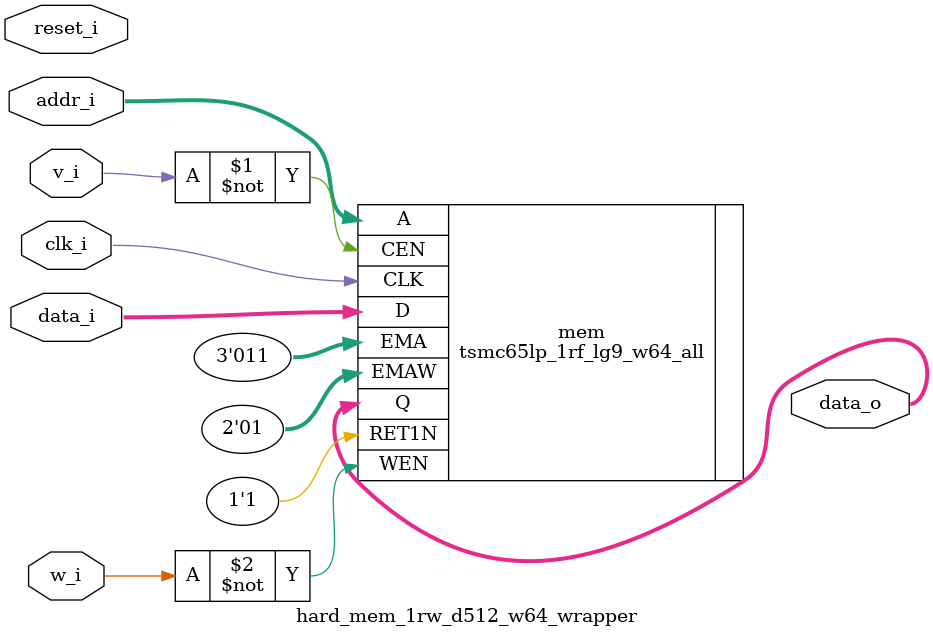
<source format=v>

module hard_mem_1rw_bit_mask_d64_w15_wrapper #( parameter width_p = 15
                                              , parameter els_p   = 64
                                              , parameter addr_width_lp = $clog2(els_p)
                                              )
  ( input                      clk_i
  , input                      reset_i
  , input [width_p-1:0]        data_i
  , input [addr_width_lp-1:0]  addr_i
  , input                      v_i
  , input [width_p-1:0]        w_mask_i
  , input                      w_i
  , output wire [width_p-1:0]  data_o
  );

  // TODO: Replace the sythesizable RTL model below with the hardened
  // equivilant. Use the RTL model to check the sematics of the harden block
  // match.
  //
  // NOTE: The instance name of the hardened block is expected to be "mem".

  //hard_mem_1rw_bit_mask_d64_w15
  //  mem
  //    ( ...
  //    );

  wire [15:0] Q;
  wire [15:0] D;
  wire [15:0] WEN;

  assign data_o = Q[14:0];
  assign D      = {1'b0,data_i};
  assign WEN    = {1'b0,w_mask_i};

  tsmc65lp_1rf_lg6_w16_bit mem (
    .CLK  (clk_i ),
    .Q    (Q     ), // out
    .CEN  (~v_i  ), // lo true
    .WEN  (WEN   ),
    .GWEN (~w_i  ), // lo true
    .A    (addr_i), // in
    .D    (D     ), // in
    //
    .EMA  (3'd3  ), // Extra Margin Adjustment - default value
    .EMAW (2'd1  ), // Extra Margin Adjustment Write - default value
    .RET1N(1'b1  )  // Retention Mode (active low) - disabled
  );


endmodule

////////////////////////////////////////////////////////////////////////////////////////////////////

module hard_mem_1rw_bit_mask_d64_w7_wrapper #( parameter width_p = 7
                                             , parameter els_p   = 64
                                             , parameter addr_width_lp = $clog2(els_p)
                                             )
  ( input                      clk_i
  , input                      reset_i
  , input [width_p-1:0]        data_i
  , input [addr_width_lp-1:0]  addr_i
  , input                      v_i
  , input [width_p-1:0]        w_mask_i
  , input                      w_i
  , output wire [width_p-1:0]  data_o
  );

  // TODO: Replace the sythesizable RTL model below with the hardened
  // equivilant. Use the RTL model to check the sematics of the harden block
  // match.
  //
  // NOTE: The instance name of the hardened block is expected to be "mem".

  //hard_mem_1rw_bit_mask_d64_w7
  //  mem
  //    ( ...
  //    );

  wire [7:0] Q;
  wire [7:0] D;
  wire [7:0] WEN;

  assign data_o = Q[6:0];
  assign D      = {1'b0,data_i};
  assign WEN    = {1'b0,w_mask_i};

  tsmc65lp_1rf_lg6_w8_bit mem (
    .CLK  (clk_i   ),
    .Q    (Q  ), // out
    .CEN  (~v_i      ), // lo true
    .WEN  (WEN),
    .GWEN (~w_i     ), // lo true
    .A    (addr_i  ), // in
    .D    (D  ), // in
    //
    .EMA  (3'd3    ), // Extra Margin Adjustment - default value
    .EMAW (2'd1    ), // Extra Margin Adjustment Write - default value
    .RET1N(1'b1    )  // Retention Mode (active low) - disabled
    );

endmodule

////////////////////////////////////////////////////////////////////////////////////////////////////

module hard_mem_1rw_bit_mask_d64_w96_wrapper #( parameter width_p = 96
                                              , parameter els_p   = 64
                                              , parameter addr_width_lp = $clog2(els_p)
                                              )
  ( input                      clk_i
  , input                      reset_i
  , input [width_p-1:0]        data_i
  , input [addr_width_lp-1:0]  addr_i
  , input                      v_i
  , input [width_p-1:0]        w_mask_i
  , input                      w_i
  , output wire [width_p-1:0]  data_o
  );

  // TODO: Replace the sythesizable RTL model below with the hardened
  // equivilant. Use the RTL model to check the sematics of the harden block
  // match.
  //
  // NOTE: The instance name of the hardened block is expected to be "mem".

  //hard_mem_1rw_bit_mask_d64_w96
  //  mem
  //    ( ...
  //    );


  tsmc65lp_1rf_lg6_w96_bit mem (
    .CLK  (clk_i   ),
    .Q    (data_o  ), // out
    .CEN  (~v_i      ), // lo true
    .WEN  (w_mask_i),
    .GWEN (~w_i     ), // lo true
    .A    (addr_i  ), // in
    .D    (data_i  ), // in
    //
    .EMA  (3'd3    ), // Extra Margin Adjustment - default value
    .EMAW (2'd1    ), // Extra Margin Adjustment Write - default value
    .RET1N(1'b1    )  // Retention Mode (active low) - disabled
    );

endmodule

////////////////////////////////////////////////////////////////////////////////////////////////////

module hard_mem_1rw_byte_mask_d512_w64_wrapper #( parameter width_p = 64
                                                , parameter els_p = 512
                                                , parameter addr_width_lp = $clog2(els_p)
                                                , parameter write_mask_width_lp = width_p>>3
                                                )
  ( input                            clk_i
  , input                            reset_i
  , input [width_p-1:0]              data_i
  , input [addr_width_lp-1:0]        addr_i
  , input                            v_i
  , input [write_mask_width_lp-1:0]  write_mask_i
  , input                            w_i
  , output wire [width_p-1:0]        data_o
  );

  // TODO: Replace the sythesizable RTL model below with the hardened
  // equivilant. Use the RTL model to check the sematics of the harden block
  // match.
  //
  // NOTE: The instance name of the hardened block is expected to be "mem".

  //hard_mem_1rw_byte_mask_d512_w64
  //  mem
  //    ( ...
  //    );

   wire [63:0] wen = ~{{8{write_mask_i[7]}}
                      ,{8{write_mask_i[6]}}
                      ,{8{write_mask_i[5]}}
                      ,{8{write_mask_i[4]}}
                      ,{8{write_mask_i[3]}}
                      ,{8{write_mask_i[2]}}
                      ,{8{write_mask_i[1]}}
                      ,{8{write_mask_i[0]}}};

  tsmc65lp_1rf_lg9_w64_bit mem (
    .CLK  (clk_i   ),
    .Q    (data_o  ), // out
    .CEN  (~v_i      ), // lo true
    .WEN  (wen),
    .GWEN (~w_i     ), // lo true
    .A    (addr_i  ), // in
    .D    (data_i  ), // in
    //
    .EMA  (3'd3    ), // Extra Margin Adjustment - default value
    .EMAW (2'd1    ), // Extra Margin Adjustment Write - default value
    .RET1N(1'b1    )  // Retention Mode (active low) - disabled
    );

endmodule

////////////////////////////////////////////////////////////////////////////////////////////////////

module hard_mem_1rw_d256_w95_wrapper #( parameter width_p = 95
                                      , parameter els_p = 256
                                      , parameter addr_width_lp = $clog2(els_p)
                                      )
  ( input                     clk_i
  , input                     v_i
  , input                     reset_i
  , input [width_p-1:0]       data_i
  , input [addr_width_lp-1:0] addr_i
  , input                     w_i
  , output wire [width_p-1:0] data_o
  );

  // TODO: Replace the sythesizable RTL model below with the hardened
  // equivilant. Use the RTL model to check the sematics of the harden block
  // match.
  //
  // NOTE: The instance name of the hardened block is expected to be "mem".

  //hard_mem_1rw_d256_w95
  //  mem
  //    ( ...
  //    );


  wire [95:0] Q;
  wire [95:0] D;
  wire [95:0] WEN;

  assign data_o = Q[94:0];
  assign D      = {1'b0,data_i};

  tsmc65lp_1rf_lg8_w96_all mem (
    .CLK  (clk_i   ),
    .Q    (Q  ), // out
    .CEN  (~v_i      ), // lo true
    .WEN (~w_i     ), // lo true
    .A    (addr_i  ), // in
    .D    (D  ), // in
    //
    .EMA  (3'd3    ), // Extra Margin Adjustment - default value
    .EMAW (2'd1    ), // Extra Margin Adjustment Write - default value
    .RET1N(1'b1    )  // Retention Mode (active low) - disabled
    );

endmodule

////////////////////////////////////////////////////////////////////////////////////////////////////

module hard_mem_1rw_d512_w64_wrapper #( parameter width_p = 64
                                      , parameter els_p = 512
                                      , parameter addr_width_lp = $clog2(els_p)
                                      )
  ( input                     clk_i
  , input                     v_i
  , input                     reset_i
  , input [width_p-1:0]       data_i
  , input [addr_width_lp-1:0] addr_i
  , input                     w_i
  , output wire [width_p-1:0] data_o
  );

  // TODO: Replace the sythesizable RTL model below with the hardened
  // equivilant. Use the RTL model to check the sematics of the harden block
  // match.
  //
  // NOTE: The instance name of the hardened block is expected to be "mem".

  //hard_mem_1rw_d512_w64
  //  mem
  //    ( ...
  //    );

  tsmc65lp_1rf_lg9_w64_all mem (
    .CLK  (clk_i   ),
    .Q    (data_o  ), // out
    .CEN  (~v_i      ), // lo true
    .WEN (~w_i     ), // lo true
    .A    (addr_i  ), // in
    .D    (data_i  ), // in
    //
    .EMA  (3'd3    ), // Extra Margin Adjustment - default value
    .EMAW (2'd1    ), // Extra Margin Adjustment Write - default value
    .RET1N(1'b1    )  // Retention Mode (active low) - disabled
    );

endmodule

////////////////////////////////////////////////////////////////////////////////////////////////////


</source>
